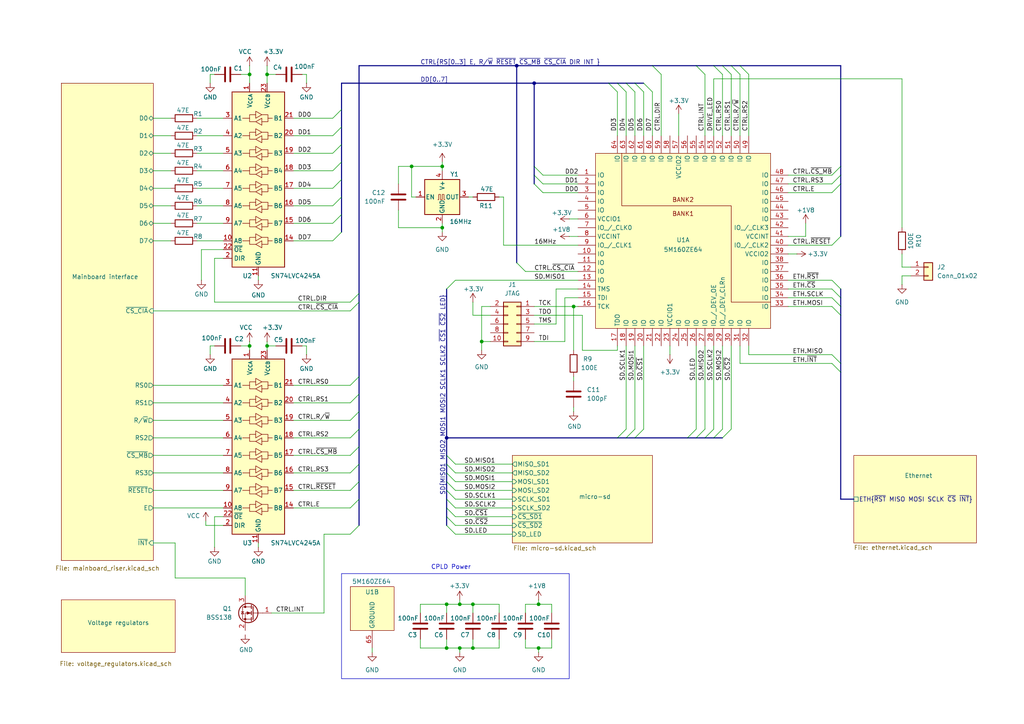
<source format=kicad_sch>
(kicad_sch (version 20250114) (generator "eeschema") (generator_version "9.0")
  (paper "A4")
  (title_block (title "A500 SD plus controller") (date "2025-10-19") (rev "1.0") (company "Dennis van Weeren"))
  (rectangle (start 99.06 166.37) (end 165.1 196.85))
  (text "CPLD Power" (at 130.81 164.592 0) (effects (font (size 1.27 1.27))))
  (junction (at 129.54 127))
  (junction (at 137.16 187.96))
  (junction (at 72.39 100.33))
  (junction (at 139.7 99.06))
  (junction (at 129.54 175.26))
  (junction (at 72.39 21.59))
  (junction (at 133.35 175.26))
  (junction (at 149.86 19.05))
  (junction (at 128.27 66.04))
  (junction (at 119.38 48.26))
  (junction (at 129.54 187.96))
  (junction (at 137.16 175.26))
  (junction (at 77.47 100.33))
  (junction (at 156.21 175.26))
  (junction (at 128.27 48.26))
  (junction (at 154.94 24.13))
  (junction (at 133.35 187.96))
  (junction (at 166.37 88.9))
  (junction (at 77.47 21.59))
  (junction (at 156.21 187.96))
  (bus_entry (at 104.14 109.22) (size -2.54 2.54))
  (bus_entry (at 199.39 127) (size 2.54 -2.54))
  (bus_entry (at 243.84 107.95) (size -2.54 -2.54))
  (bus_entry (at 104.14 85.09) (size -2.54 2.54))
  (bus_entry (at 104.14 114.3) (size -2.54 2.54))
  (bus_entry (at 186.69 24.13) (size 2.54 2.54))
  (bus_entry (at 243.84 53.34) (size -2.54 2.54))
  (bus_entry (at 207.01 127) (size 2.54 -2.54))
  (bus_entry (at 104.14 124.46) (size -2.54 2.54))
  (bus_entry (at 129.54 147.32) (size 2.54 2.54))
  (bus_entry (at 243.84 48.26) (size -2.54 2.54))
  (bus_entry (at 104.14 119.38) (size -2.54 2.54))
  (bus_entry (at 99.06 36.83) (size -2.54 2.54))
  (bus_entry (at 179.07 127) (size 2.54 -2.54))
  (bus_entry (at 129.54 137.16) (size 2.54 2.54))
  (bus_entry (at 184.15 127) (size 2.54 -2.54))
  (bus_entry (at 201.93 127) (size 2.54 -2.54))
  (bus_entry (at 201.93 19.05) (size 2.54 2.54))
  (bus_entry (at 99.06 46.99) (size -2.54 2.54))
  (bus_entry (at 99.06 41.91) (size -2.54 2.54))
  (bus_entry (at 243.84 105.41) (size -2.54 -2.54))
  (bus_entry (at 243.84 68.58) (size -2.54 2.54))
  (bus_entry (at 129.54 83.82) (size 2.54 -2.54))
  (bus_entry (at 99.06 57.15) (size -2.54 2.54))
  (bus_entry (at 129.54 132.08) (size 2.54 2.54))
  (bus_entry (at 212.09 19.05) (size 2.54 2.54))
  (bus_entry (at 209.55 127) (size 2.54 -2.54))
  (bus_entry (at 104.14 134.62) (size -2.54 2.54))
  (bus_entry (at 104.14 152.4) (size -2.54 2.54))
  (bus_entry (at 204.47 127) (size 2.54 -2.54))
  (bus_entry (at 207.01 19.05) (size 2.54 2.54))
  (bus_entry (at 129.54 142.24) (size 2.54 2.54))
  (bus_entry (at 181.61 24.13) (size 2.54 2.54))
  (bus_entry (at 129.54 139.7) (size 2.54 2.54))
  (bus_entry (at 184.15 24.13) (size 2.54 2.54))
  (bus_entry (at 154.94 48.26) (size 2.54 2.54))
  (bus_entry (at 129.54 144.78) (size 2.54 2.54))
  (bus_entry (at 99.06 62.23) (size -2.54 2.54))
  (bus_entry (at 176.53 24.13) (size 2.54 2.54))
  (bus_entry (at 181.61 127) (size 2.54 -2.54))
  (bus_entry (at 104.14 87.63) (size -2.54 2.54))
  (bus_entry (at 99.06 67.31) (size -2.54 2.54))
  (bus_entry (at 243.84 83.82) (size -2.54 -2.54))
  (bus_entry (at 154.94 50.8) (size 2.54 2.54))
  (bus_entry (at 149.86 76.2) (size 2.54 2.54))
  (bus_entry (at 99.06 31.75) (size -2.54 2.54))
  (bus_entry (at 189.23 19.05) (size 2.54 2.54))
  (bus_entry (at 129.54 149.86) (size 2.54 2.54))
  (bus_entry (at 243.84 91.44) (size -2.54 -2.54))
  (bus_entry (at 104.14 139.7) (size -2.54 2.54))
  (bus_entry (at 104.14 129.54) (size -2.54 2.54))
  (bus_entry (at 243.84 88.9) (size -2.54 -2.54))
  (bus_entry (at 99.06 52.07) (size -2.54 2.54))
  (bus_entry (at 243.84 50.8) (size -2.54 2.54))
  (bus_entry (at 209.55 19.05) (size 2.54 2.54))
  (bus_entry (at 129.54 152.4) (size 2.54 2.54))
  (bus_entry (at 154.94 53.34) (size 2.54 2.54))
  (bus_entry (at 104.14 144.78) (size -2.54 2.54))
  (bus_entry (at 179.07 24.13) (size 2.54 2.54))
  (bus_entry (at 214.63 19.05) (size 2.54 2.54))
  (bus_entry (at 129.54 134.62) (size 2.54 2.54))
  (bus_entry (at 243.84 86.36) (size -2.54 -2.54))
  (wire (pts (xy 77.47 100.33) (xy 77.47 101.6)))
  (wire (pts (xy 88.9 100.33) (xy 87.63 100.33)))
  (wire (pts (xy 119.38 57.15) (xy 119.38 48.26)))
  (bus (pts (xy 154.94 24.13) (xy 154.94 48.26)))
  (bus (pts (xy 104.14 19.05) (xy 104.14 85.09)))
  (wire (pts (xy 121.92 185.42) (xy 121.92 187.96)))
  (wire (pts (xy 137.16 175.26) (xy 144.78 175.26)))
  (wire (pts (xy 85.09 132.08) (xy 101.6 132.08)))
  (wire (pts (xy 64.77 149.86) (xy 62.23 149.86)))
  (bus (pts (xy 129.54 137.16) (xy 129.54 139.7)))
  (bus (pts (xy 129.54 127) (xy 129.54 132.08)))
  (wire (pts (xy 212.09 21.59) (xy 212.09 39.37)))
  (bus (pts (xy 129.54 132.08) (xy 129.54 134.62)))
  (bus (pts (xy 104.14 124.46) (xy 104.14 129.54)))
  (wire (pts (xy 137.16 187.96) (xy 144.78 187.96)))
  (wire (pts (xy 241.3 102.87) (xy 217.17 102.87)))
  (bus (pts (xy 243.84 105.41) (xy 243.84 107.95)))
  (wire (pts (xy 228.6 68.58) (xy 233.68 68.58)))
  (wire (pts (xy 129.54 175.26) (xy 133.35 175.26)))
  (bus (pts (xy 104.14 139.7) (xy 104.14 144.78)))
  (wire (pts (xy 156.21 175.26) (xy 160.02 175.26)))
  (bus (pts (xy 104.14 144.78) (xy 104.14 152.4)))
  (wire (pts (xy 88.9 21.59) (xy 88.9 24.13)))
  (bus (pts (xy 204.47 127) (xy 207.01 127)))
  (wire (pts (xy 59.69 152.4) (xy 64.77 152.4)))
  (wire (pts (xy 144.78 57.15) (xy 146.05 57.15)))
  (wire (pts (xy 207.01 22.86) (xy 207.01 39.37)))
  (wire (pts (xy 62.23 74.93) (xy 62.23 87.63)))
  (wire (pts (xy 72.39 21.59) (xy 72.39 24.13)))
  (wire (pts (xy 179.07 101.6) (xy 168.91 101.6)))
  (bus (pts (xy 129.54 134.62) (xy 129.54 137.16)))
  (wire (pts (xy 60.96 100.33) (xy 60.96 102.87)))
  (wire (pts (xy 85.09 59.69) (xy 96.52 59.69)))
  (wire (pts (xy 44.45 137.16) (xy 64.77 137.16)))
  (wire (pts (xy 44.45 132.08) (xy 64.77 132.08)))
  (bus (pts (xy 104.14 87.63) (xy 104.14 109.22)))
  (wire (pts (xy 160.02 175.26) (xy 160.02 177.8)))
  (bus (pts (xy 212.09 19.05) (xy 214.63 19.05)))
  (wire (pts (xy 152.4 175.26) (xy 156.21 175.26)))
  (wire (pts (xy 132.08 81.28) (xy 167.64 81.28)))
  (wire (pts (xy 228.6 71.12) (xy 241.3 71.12)))
  (bus (pts (xy 129.54 139.7) (xy 129.54 142.24)))
  (wire (pts (xy 209.55 100.33) (xy 209.55 124.46)))
  (wire (pts (xy 154.94 88.9) (xy 166.37 88.9)))
  (wire (pts (xy 132.08 152.4) (xy 148.59 152.4)))
  (wire (pts (xy 85.09 121.92) (xy 101.6 121.92)))
  (wire (pts (xy 121.92 175.26) (xy 129.54 175.26)))
  (wire (pts (xy 139.7 99.06) (xy 139.7 101.6)))
  (wire (pts (xy 132.08 137.16) (xy 148.59 137.16)))
  (bus (pts (xy 104.14 85.09) (xy 104.14 87.63)))
  (wire (pts (xy 44.45 49.53) (xy 49.53 49.53)))
  (wire (pts (xy 191.77 21.59) (xy 191.77 39.37)))
  (wire (pts (xy 146.05 71.12) (xy 167.64 71.12)))
  (bus (pts (xy 184.15 127) (xy 199.39 127)))
  (bus (pts (xy 214.63 19.05) (xy 243.84 19.05)))
  (wire (pts (xy 228.6 83.82) (xy 241.3 83.82)))
  (wire (pts (xy 168.91 101.6) (xy 168.91 91.44)))
  (wire (pts (xy 72.39 19.05) (xy 72.39 21.59)))
  (wire (pts (xy 71.12 172.72) (xy 71.12 167.64)))
  (wire (pts (xy 160.02 185.42) (xy 160.02 187.96)))
  (wire (pts (xy 217.17 102.87) (xy 217.17 100.33)))
  (wire (pts (xy 132.08 134.62) (xy 148.59 134.62)))
  (wire (pts (xy 181.61 100.33) (xy 181.61 124.46)))
  (bus (pts (xy 189.23 19.05) (xy 201.93 19.05)))
  (bus (pts (xy 243.84 48.26) (xy 243.84 50.8)))
  (wire (pts (xy 142.24 99.06) (xy 139.7 99.06)))
  (wire (pts (xy 44.45 111.76) (xy 64.77 111.76)))
  (wire (pts (xy 163.83 86.36) (xy 163.83 99.06)))
  (wire (pts (xy 85.09 127) (xy 101.6 127)))
  (bus (pts (xy 201.93 127) (xy 204.47 127)))
  (wire (pts (xy 137.16 175.26) (xy 137.16 177.8)))
  (wire (pts (xy 57.15 39.37) (xy 64.77 39.37)))
  (wire (pts (xy 93.98 154.94) (xy 93.98 177.8)))
  (bus (pts (xy 243.84 19.05) (xy 243.84 48.26)))
  (bus (pts (xy 207.01 127) (xy 209.55 127)))
  (wire (pts (xy 74.93 157.48) (xy 74.93 158.75)))
  (wire (pts (xy 139.7 88.9) (xy 139.7 99.06)))
  (wire (pts (xy 44.45 142.24) (xy 64.77 142.24)))
  (wire (pts (xy 128.27 64.77) (xy 128.27 66.04)))
  (wire (pts (xy 57.15 59.69) (xy 64.77 59.69)))
  (wire (pts (xy 209.55 21.59) (xy 209.55 39.37)))
  (wire (pts (xy 85.09 44.45) (xy 96.52 44.45)))
  (wire (pts (xy 60.96 21.59) (xy 62.23 21.59)))
  (wire (pts (xy 152.4 187.96) (xy 156.21 187.96)))
  (wire (pts (xy 44.45 59.69) (xy 49.53 59.69)))
  (wire (pts (xy 135.89 57.15) (xy 137.16 57.15)))
  (wire (pts (xy 167.64 86.36) (xy 163.83 86.36)))
  (bus (pts (xy 199.39 127) (xy 201.93 127)))
  (wire (pts (xy 121.92 187.96) (xy 129.54 187.96)))
  (bus (pts (xy 129.54 142.24) (xy 129.54 144.78)))
  (wire (pts (xy 107.95 189.23) (xy 107.95 187.96)))
  (bus (pts (xy 129.54 149.86) (xy 129.54 152.4)))
  (wire (pts (xy 186.69 100.33) (xy 186.69 124.46)))
  (wire (pts (xy 261.62 77.47) (xy 264.16 77.47)))
  (wire (pts (xy 85.09 54.61) (xy 96.52 54.61)))
  (wire (pts (xy 87.63 21.59) (xy 88.9 21.59)))
  (wire (pts (xy 57.15 54.61) (xy 64.77 54.61)))
  (wire (pts (xy 157.48 55.88) (xy 167.64 55.88)))
  (wire (pts (xy 101.6 154.94) (xy 93.98 154.94)))
  (wire (pts (xy 77.47 99.06) (xy 77.47 100.33)))
  (wire (pts (xy 44.45 69.85) (xy 49.53 69.85)))
  (bus (pts (xy 149.86 19.05) (xy 149.86 76.2)))
  (wire (pts (xy 228.6 55.88) (xy 241.3 55.88)))
  (wire (pts (xy 44.45 34.29) (xy 49.53 34.29)))
  (wire (pts (xy 44.45 64.77) (xy 49.53 64.77)))
  (bus (pts (xy 154.94 24.13) (xy 176.53 24.13)))
  (wire (pts (xy 129.54 185.42) (xy 129.54 187.96)))
  (wire (pts (xy 165.1 63.5) (xy 167.64 63.5)))
  (bus (pts (xy 243.84 53.34) (xy 243.84 68.58)))
  (wire (pts (xy 72.39 100.33) (xy 72.39 101.6)))
  (wire (pts (xy 85.09 64.77) (xy 96.52 64.77)))
  (wire (pts (xy 121.92 177.8) (xy 121.92 175.26)))
  (wire (pts (xy 85.09 49.53) (xy 96.52 49.53)))
  (bus (pts (xy 104.14 119.38) (xy 104.14 124.46)))
  (wire (pts (xy 44.45 127) (xy 64.77 127)))
  (wire (pts (xy 85.09 142.24) (xy 101.6 142.24)))
  (wire (pts (xy 77.47 21.59) (xy 80.01 21.59)))
  (bus (pts (xy 104.14 114.3) (xy 104.14 119.38)))
  (wire (pts (xy 228.6 86.36) (xy 241.3 86.36)))
  (wire (pts (xy 152.4 78.74) (xy 167.64 78.74)))
  (bus (pts (xy 243.84 50.8) (xy 243.84 53.34)))
  (wire (pts (xy 166.37 88.9) (xy 166.37 101.6)))
  (wire (pts (xy 163.83 99.06) (xy 154.94 99.06)))
  (bus (pts (xy 99.06 52.07) (xy 99.06 57.15)))
  (wire (pts (xy 228.6 81.28) (xy 241.3 81.28)))
  (wire (pts (xy 132.08 142.24) (xy 148.59 142.24)))
  (wire (pts (xy 58.42 72.39) (xy 64.77 72.39)))
  (bus (pts (xy 129.54 127) (xy 179.07 127)))
  (wire (pts (xy 85.09 147.32) (xy 101.6 147.32)))
  (wire (pts (xy 88.9 100.33) (xy 88.9 102.87)))
  (wire (pts (xy 212.09 100.33) (xy 212.09 124.46)))
  (bus (pts (xy 129.54 144.78) (xy 129.54 147.32)))
  (bus (pts (xy 149.86 19.05) (xy 189.23 19.05)))
  (bus (pts (xy 129.54 83.82) (xy 129.54 127)))
  (wire (pts (xy 194.31 100.33) (xy 194.31 102.87)))
  (bus (pts (xy 201.93 19.05) (xy 207.01 19.05)))
  (wire (pts (xy 207.01 100.33) (xy 207.01 124.46)))
  (wire (pts (xy 77.47 21.59) (xy 77.47 24.13)))
  (wire (pts (xy 204.47 21.59) (xy 204.47 39.37)))
  (wire (pts (xy 261.62 80.01) (xy 261.62 82.55)))
  (wire (pts (xy 115.57 66.04) (xy 128.27 66.04)))
  (wire (pts (xy 72.39 99.06) (xy 72.39 100.33)))
  (wire (pts (xy 59.69 151.13) (xy 59.69 152.4)))
  (wire (pts (xy 179.07 26.67) (xy 179.07 39.37)))
  (wire (pts (xy 264.16 80.01) (xy 261.62 80.01)))
  (wire (pts (xy 161.29 83.82) (xy 161.29 93.98)))
  (wire (pts (xy 133.35 187.96) (xy 137.16 187.96)))
  (wire (pts (xy 166.37 118.11) (xy 166.37 119.38)))
  (wire (pts (xy 74.93 80.01) (xy 74.93 81.28)))
  (wire (pts (xy 214.63 105.41) (xy 241.3 105.41)))
  (wire (pts (xy 57.15 64.77) (xy 64.77 64.77)))
  (wire (pts (xy 128.27 46.99) (xy 128.27 48.26)))
  (wire (pts (xy 77.47 19.05) (xy 77.47 21.59)))
  (bus (pts (xy 99.06 36.83) (xy 99.06 41.91)))
  (wire (pts (xy 152.4 177.8) (xy 152.4 175.26)))
  (bus (pts (xy 243.84 83.82) (xy 243.84 86.36)))
  (bus (pts (xy 99.06 62.23) (xy 99.06 67.31)))
  (wire (pts (xy 44.45 39.37) (xy 49.53 39.37)))
  (wire (pts (xy 228.6 53.34) (xy 241.3 53.34)))
  (bus (pts (xy 99.06 24.13) (xy 154.94 24.13)))
  (wire (pts (xy 80.01 100.33) (xy 77.47 100.33)))
  (bus (pts (xy 154.94 50.8) (xy 154.94 53.34)))
  (bus (pts (xy 104.14 129.54) (xy 104.14 134.62)))
  (wire (pts (xy 129.54 175.26) (xy 129.54 177.8)))
  (wire (pts (xy 85.09 116.84) (xy 101.6 116.84)))
  (wire (pts (xy 50.8 157.48) (xy 44.45 157.48)))
  (wire (pts (xy 133.35 173.99) (xy 133.35 175.26)))
  (wire (pts (xy 85.09 39.37) (xy 96.52 39.37)))
  (wire (pts (xy 146.05 57.15) (xy 146.05 71.12)))
  (wire (pts (xy 62.23 100.33) (xy 60.96 100.33)))
  (wire (pts (xy 85.09 34.29) (xy 96.52 34.29)))
  (bus (pts (xy 184.15 24.13) (xy 186.69 24.13)))
  (wire (pts (xy 261.62 73.66) (xy 261.62 77.47)))
  (wire (pts (xy 62.23 87.63) (xy 101.6 87.63)))
  (bus (pts (xy 179.07 24.13) (xy 181.61 24.13)))
  (bus (pts (xy 104.14 19.05) (xy 149.86 19.05)))
  (wire (pts (xy 166.37 88.9) (xy 167.64 88.9)))
  (wire (pts (xy 156.21 187.96) (xy 156.21 189.23)))
  (bus (pts (xy 176.53 24.13) (xy 179.07 24.13)))
  (wire (pts (xy 166.37 109.22) (xy 166.37 110.49)))
  (wire (pts (xy 142.24 91.44) (xy 137.16 91.44)))
  (wire (pts (xy 189.23 26.67) (xy 189.23 39.37)))
  (wire (pts (xy 133.35 187.96) (xy 133.35 189.23)))
  (wire (pts (xy 231.14 73.66) (xy 228.6 73.66)))
  (wire (pts (xy 93.98 177.8) (xy 78.74 177.8)))
  (wire (pts (xy 157.48 53.34) (xy 167.64 53.34)))
  (bus (pts (xy 181.61 24.13) (xy 184.15 24.13)))
  (wire (pts (xy 50.8 167.64) (xy 50.8 157.48)))
  (wire (pts (xy 44.45 116.84) (xy 64.77 116.84)))
  (wire (pts (xy 184.15 26.67) (xy 184.15 39.37)))
  (wire (pts (xy 132.08 144.78) (xy 148.59 144.78)))
  (wire (pts (xy 137.16 87.63) (xy 137.16 91.44)))
  (bus (pts (xy 181.61 127) (xy 184.15 127)))
  (wire (pts (xy 58.42 72.39) (xy 58.42 81.28)))
  (wire (pts (xy 128.27 48.26) (xy 128.27 49.53)))
  (bus (pts (xy 99.06 57.15) (xy 99.06 62.23)))
  (wire (pts (xy 156.21 187.96) (xy 160.02 187.96)))
  (wire (pts (xy 186.69 26.67) (xy 186.69 39.37)))
  (bus (pts (xy 99.06 31.75) (xy 99.06 36.83)))
  (wire (pts (xy 62.23 149.86) (xy 62.23 158.75)))
  (wire (pts (xy 44.45 54.61) (xy 49.53 54.61)))
  (wire (pts (xy 44.45 44.45) (xy 49.53 44.45)))
  (wire (pts (xy 261.62 22.86) (xy 261.62 66.04)))
  (wire (pts (xy 228.6 50.8) (xy 241.3 50.8)))
  (wire (pts (xy 72.39 100.33) (xy 69.85 100.33)))
  (wire (pts (xy 133.35 175.26) (xy 137.16 175.26)))
  (bus (pts (xy 243.84 88.9) (xy 243.84 91.44)))
  (wire (pts (xy 228.6 88.9) (xy 241.3 88.9)))
  (wire (pts (xy 132.08 154.94) (xy 148.59 154.94)))
  (wire (pts (xy 60.96 21.59) (xy 60.96 24.13)))
  (wire (pts (xy 156.21 173.99) (xy 156.21 175.26)))
  (wire (pts (xy 214.63 21.59) (xy 214.63 39.37)))
  (wire (pts (xy 204.47 100.33) (xy 204.47 124.46)))
  (bus (pts (xy 99.06 24.13) (xy 99.06 31.75)))
  (wire (pts (xy 71.12 167.64) (xy 50.8 167.64)))
  (wire (pts (xy 168.91 91.44) (xy 154.94 91.44)))
  (bus (pts (xy 243.84 144.78) (xy 247.65 144.78)))
  (wire (pts (xy 179.07 100.33) (xy 179.07 101.6)))
  (wire (pts (xy 44.45 90.17) (xy 101.6 90.17)))
  (wire (pts (xy 214.63 100.33) (xy 214.63 105.41)))
  (bus (pts (xy 209.55 19.05) (xy 212.09 19.05)))
  (bus (pts (xy 243.84 107.95) (xy 243.84 144.78)))
  (bus (pts (xy 104.14 134.62) (xy 104.14 139.7)))
  (bus (pts (xy 154.94 48.26) (xy 154.94 50.8)))
  (wire (pts (xy 142.24 88.9) (xy 139.7 88.9)))
  (wire (pts (xy 69.85 21.59) (xy 72.39 21.59)))
  (wire (pts (xy 57.15 34.29) (xy 64.77 34.29)))
  (wire (pts (xy 85.09 69.85) (xy 96.52 69.85)))
  (wire (pts (xy 196.85 33.02) (xy 196.85 39.37)))
  (bus (pts (xy 207.01 19.05) (xy 209.55 19.05)))
  (wire (pts (xy 144.78 185.42) (xy 144.78 187.96)))
  (wire (pts (xy 57.15 49.53) (xy 64.77 49.53)))
  (wire (pts (xy 132.08 147.32) (xy 148.59 147.32)))
  (wire (pts (xy 167.64 83.82) (xy 161.29 83.82)))
  (bus (pts (xy 243.84 86.36) (xy 243.84 88.9)))
  (wire (pts (xy 44.45 121.92) (xy 64.77 121.92)))
  (wire (pts (xy 201.93 100.33) (xy 201.93 124.46)))
  (wire (pts (xy 132.08 139.7) (xy 148.59 139.7)))
  (wire (pts (xy 137.16 185.42) (xy 137.16 187.96)))
  (wire (pts (xy 115.57 48.26) (xy 119.38 48.26)))
  (wire (pts (xy 152.4 185.42) (xy 152.4 187.96)))
  (wire (pts (xy 119.38 48.26) (xy 128.27 48.26)))
  (wire (pts (xy 85.09 111.76) (xy 101.6 111.76)))
  (bus (pts (xy 99.06 46.99) (xy 99.06 52.07)))
  (wire (pts (xy 165.1 68.58) (xy 167.64 68.58)))
  (wire (pts (xy 217.17 21.59) (xy 217.17 39.37)))
  (bus (pts (xy 129.54 147.32) (xy 129.54 149.86)))
  (wire (pts (xy 157.48 50.8) (xy 167.64 50.8)))
  (wire (pts (xy 184.15 100.33) (xy 184.15 124.46)))
  (wire (pts (xy 119.38 57.15) (xy 120.65 57.15)))
  (wire (pts (xy 161.29 93.98) (xy 154.94 93.98)))
  (wire (pts (xy 144.78 175.26) (xy 144.78 177.8)))
  (wire (pts (xy 64.77 74.93) (xy 62.23 74.93)))
  (bus (pts (xy 179.07 127) (xy 181.61 127)))
  (bus (pts (xy 104.14 109.22) (xy 104.14 114.3)))
  (wire (pts (xy 44.45 147.32) (xy 64.77 147.32)))
  (wire (pts (xy 128.27 66.04) (xy 128.27 67.31)))
  (wire (pts (xy 207.01 22.86) (xy 261.62 22.86)))
  (wire (pts (xy 129.54 187.96) (xy 133.35 187.96)))
  (bus (pts (xy 243.84 91.44) (xy 243.84 105.41)))
  (wire (pts (xy 233.68 68.58) (xy 233.68 64.77)))
  (wire (pts (xy 132.08 149.86) (xy 148.59 149.86)))
  (wire (pts (xy 115.57 48.26) (xy 115.57 53.34)))
  (wire (pts (xy 181.61 26.67) (xy 181.61 39.37)))
  (wire (pts (xy 115.57 60.96) (xy 115.57 66.04)))
  (wire (pts (xy 57.15 44.45) (xy 64.77 44.45)))
  (wire (pts (xy 57.15 69.85) (xy 64.77 69.85)))
  (wire (pts (xy 85.09 137.16) (xy 101.6 137.16)))
  (bus (pts (xy 99.06 41.91) (xy 99.06 46.99)))
  (label "CTRL.~{RESET}" (at 229.87 71.12 0))
  (label "DD4" (at 181.61 38.1 90))
  (label "SD.MOSI1" (at 184.15 110.49 90))
  (label "SD.~{CS1}" (at 134.62 149.86 0))
  (label "CTRL.~{CS_MB}" (at 229.87 50.8 0))
  (label "SD.~{CS2}" (at 134.62 152.4 0))
  (label "DD6" (at 86.36 64.77 0))
  (label "CTRL.RS1" (at 212.09 38.1 90))
  (label "CTRL.INT" (at 204.47 38.1 90))
  (label "CTRL.INT" (at 80.01 177.8 0))
  (label "CTRL.~{RESET}" (at 86.36 142.24 0))
  (label "SD.MISO1" (at 154.94 81.28 0))
  (label "DD7" (at 86.36 69.85 0))
  (label "SD.SCLK2" (at 134.62 147.32 0))
  (label "SD.MOSI2" (at 134.62 142.24 0))
  (label "DD0" (at 86.36 34.29 0))
  (label "TDO" (at 156.21 91.44 0))
  (label "TCK" (at 156.21 88.9 0))
  (label "CTRL.RS0" (at 86.36 111.76 0))
  (label "DD5" (at 184.15 38.1 90))
  (label "SD.SCLK1" (at 181.61 110.49 90))
  (label "DD6" (at 186.69 38.1 90))
  (label "ETH.~{RST}" (at 229.87 81.28 0))
  (label "SD{MISO1 MISO2 MOSI1 MOSI2 SCLK1 SCLK2 ~{CS1} ~{CS2} LED}" (at 129.54 143.51 90))
  (label "CTRL.DIR" (at 191.77 38.1 90))
  (label "CTRL.R{slash}~{W}" (at 86.36 121.92 0))
  (label "CTRL.E" (at 229.87 55.88 0))
  (label "CTRL.E" (at 86.36 147.32 0))
  (label "SD.MISO2" (at 204.47 110.49 90))
  (label "DD4" (at 86.36 54.61 0))
  (label "DD5" (at 86.36 59.69 0))
  (label "CTRL.RS3" (at 86.36 137.16 0))
  (label "SD.LED" (at 134.62 154.94 0))
  (label "ETH.SCLK" (at 229.87 86.36 0))
  (label "DD[0..7]" (at 121.92 24.13 0))
  (label "ETH.MOSI" (at 229.87 88.9 0))
  (label "ETH.~{CS}" (at 229.87 83.82 0))
  (label "SD.~{CS1}" (at 186.69 110.49 90))
  (label "SD.LED" (at 201.93 110.49 90))
  (label "TDI" (at 156.21 99.06 0))
  (label "SD.MISO1" (at 134.62 134.62 0))
  (label "CTRL.RS3" (at 229.87 53.34 0))
  (label "SD.MISO2" (at 134.62 137.16 0))
  (label "DD2" (at 86.36 44.45 0))
  (label "DD1" (at 86.36 39.37 0))
  (label "CTRL.~{CS_CIA}" (at 154.94 78.74 0))
  (label "SD.MOSI2" (at 209.55 110.49 90))
  (label "CTRL.RS2" (at 217.17 38.1 90))
  (label "SD.SCLK1" (at 134.62 144.78 0))
  (label "SD.~{CS2}" (at 212.09 110.49 90))
  (label "DD7" (at 189.23 38.1 90))
  (label "ETH.~{INT}" (at 229.87 105.41 0))
  (label "SD.MOSI1" (at 134.62 139.7 0))
  (label "CTRL.DIR" (at 86.36 87.63 0))
  (label "ETH.MISO" (at 229.87 102.87 0))
  (label "DD3" (at 86.36 49.53 0))
  (label "CTRL.RS0" (at 209.55 38.1 90))
  (label "CTRL.~{CS_CIA}" (at 86.36 90.17 0))
  (label "CTRL.~{CS_MB}" (at 86.36 132.08 0))
  (label "DD1" (at 163.83 53.34 0))
  (label "DD2" (at 163.83 50.8 0))
  (label "DD0" (at 163.83 55.88 0))
  (label "SD.SCLK2" (at 207.01 110.49 90))
  (label "CTRL.RS1" (at 86.36 116.84 0))
  (label "DD3" (at 179.07 38.1 90))
  (label "CTRL.RS2" (at 86.36 127 0))
  (label "DRIVE_LED" (at 207.01 38.1 90))
  (label "TMS" (at 156.21 93.98 0))
  (label "16MHz" (at 154.94 71.12 0))
  (label "CTRL{RS[0..3] E, R{slash}~{W} ~{RESET} ~{CS_MB} ~{CS_CIA} DIR INT }" (at 121.92 19.05 0))
  (label "CTRL.R{slash}~{W}" (at 214.63 38.1 90))
  (symbol (lib_id "power:+3.3V") (at 196.85 33.02 0) (unit 1)
    (property "Reference" "#PWR025" (effects (hide yes)))
    (property "Value" "+3.3V" (at 196.85 29.21 0))
    (property "Description" "Power symbol creates a global label with name \"+3.3V\"" (effects (hide yes)))
  )
  (symbol (lib_id "Transistor_FET:BSS138") (at 73.66 177.8 0) (mirror y) (unit 1)
    (property "Reference" "Q1" (at 67.31 176.5299 0) (effects (justify left)))
    (property "Value" "BSS138" (at 67.31 179.0699 0) (effects (justify left)))
    (property "Footprint" "Package_TO_SOT_SMD:SOT-23" (effects (hide yes)))
    (property "Datasheet" "https://www.onsemi.com/pub/Collateral/BSS138-D.PDF" (effects (hide yes)))
    (property "Description" "50V Vds, 0.22A Id, N-Channel MOSFET, SOT-23" (effects (hide yes)))
  )
  (symbol (lib_id "power:VCC") (at 72.39 19.05 0) (mirror y) (unit 1)
    (property "Reference" "#PWR07" (effects (hide yes)))
    (property "Value" "VCC" (at 71.12 14.986 0))
    (property "Description" "Power symbol creates a global label with name \"VCC\"" (effects (hide yes)))
  )
  (symbol (lib_id "power:+1V8") (at 165.1 68.58 90) (unit 1)
    (property "Reference" "#PWR022" (effects (hide yes)))
    (property "Value" "+1V8" (at 162.814 66.548 90))
    (property "Description" "Power symbol creates a global label with name \"+1V8\"" (effects (hide yes)))
  )
  (symbol (lib_id "Dennis:5M160ZE64") (at 198.12 69.85 0) (unit 1)
    (property "Reference" "U1" (at 198.12 69.596 0))
    (property "Value" "5M160ZE64" (at 198.12 72.39 0))
    (property "Footprint" "Library:EQFP-64_7x7mm_P0.4mm" (effects (hide yes)))
    (property "Description" "MAX V CPLD" (effects (hide yes)))
    (property "MPN" "5M160ZE64I5N" (effects (hide yes)))
  )
  (symbol (lib_id "Connector_Generic:Conn_02x05_Odd_Even") (at 149.86 93.98 0) (mirror y) (unit 1)
    (property "Reference" "J1" (at 148.59 82.55 0))
    (property "Value" "JTAG" (at 148.59 85.09 0))
    (property "Footprint" "Connector_PinHeader_2.54mm:PinHeader_2x05_P2.54mm_Vertical" (effects (hide yes)))
    (property "Description" "Generic connector, double row, 02x05, odd/even pin numbering scheme (row 1 odd numbers, row 2 even numbers), script generated (kicad-library-utils/schlib/autogen/connector/)" (effects (hide yes)))
  )
  (symbol (lib_id "power:+3.3V") (at 165.1 63.5 90) (unit 1)
    (property "Reference" "#PWR021" (effects (hide yes)))
    (property "Value" "+3.3V" (at 165.862 61.722 90) (effects (justify left)))
    (property "Description" "Power symbol creates a global label with name \"+3.3V\"" (effects (hide yes)))
  )
  (symbol (lib_id "Device:R") (at 53.34 34.29 270) (unit 1)
    (property "Reference" "R1" (at 57.404 33.02 90))
    (property "Value" "47E" (at 53.086 32.004 90))
    (property "Footprint" "Resistor_SMD:R_0603_1608Metric" (effects (hide yes)))
    (property "Description" "Resistor" (effects (hide yes)))
  )
  (symbol (lib_id "Device:C") (at 152.4 181.61 0) (unit 1)
    (property "Reference" "C9" (at 150.114 184.15 0))
    (property "Value" "100nF" (at 148.844 179.324 0))
    (property "Footprint" "Capacitor_SMD:C_0603_1608Metric" (effects (hide yes)))
    (property "Description" "Unpolarized capacitor" (effects (hide yes)))
  )
  (symbol (lib_id "Device:C") (at 83.82 21.59 270) (unit 1)
    (property "Reference" "C4" (at 80.518 19.558 90))
    (property "Value" "100nF" (at 88.392 19.304 90))
    (property "Footprint" "Capacitor_SMD:C_0603_1608Metric" (effects (hide yes)))
    (property "Description" "Unpolarized capacitor" (effects (hide yes)))
  )
  (symbol (lib_id "power:GND") (at 60.96 24.13 0) (unit 1)
    (property "Reference" "#PWR03" (effects (hide yes)))
    (property "Value" "GND" (at 60.96 28.194 0))
    (property "Description" "Power symbol creates a global label with name \"GND\" , ground" (effects (hide yes)))
  )
  (symbol (lib_id "power:+3.3V") (at 231.14 73.66 270) (unit 1)
    (property "Reference" "#PWR026" (effects (hide yes)))
    (property "Value" "+3.3V" (at 234.188 73.66 90) (effects (justify left)))
    (property "Description" "Power symbol creates a global label with name \"+3.3V\"" (effects (hide yes)))
  )
  (symbol (lib_id "Device:C") (at 83.82 100.33 270) (mirror x) (unit 1)
    (property "Reference" "C5" (at 80.772 98.552 90))
    (property "Value" "100nF" (at 88.646 98.806 90))
    (property "Footprint" "Capacitor_SMD:C_0603_1608Metric" (effects (hide yes)))
    (property "Description" "Unpolarized capacitor" (effects (hide yes)))
  )
  (symbol (lib_id "Device:C") (at 137.16 181.61 0) (unit 1)
    (property "Reference" "C7" (at 134.874 184.15 0))
    (property "Value" "100nF" (at 133.604 179.324 0))
    (property "Footprint" "Capacitor_SMD:C_0603_1608Metric" (effects (hide yes)))
    (property "Description" "Unpolarized capacitor" (effects (hide yes)))
  )
  (symbol (lib_id "Device:R") (at 53.34 54.61 270) (unit 1)
    (property "Reference" "R5" (at 57.404 53.34 90))
    (property "Value" "47E" (at 53.086 52.324 90))
    (property "Footprint" "Resistor_SMD:R_0603_1608Metric" (effects (hide yes)))
    (property "Description" "Resistor" (effects (hide yes)))
  )
  (symbol (lib_id "power:+3.3V") (at 194.31 102.87 180) (unit 1)
    (property "Reference" "#PWR024" (effects (hide yes)))
    (property "Value" "+3.3V" (at 194.31 107.95 0))
    (property "Description" "Power symbol creates a global label with name \"+3.3V\"" (effects (hide yes)))
  )
  (symbol (lib_id "power:+3.3V") (at 128.27 46.99 0) (mirror y) (unit 1)
    (property "Reference" "#PWR029" (effects (hide yes)))
    (property "Value" "+3.3V" (at 128.27 41.91 0))
    (property "Description" "Power symbol creates a global label with name \"+3.3V\"" (effects (hide yes)))
  )
  (symbol (lib_id "Device:R") (at 166.37 105.41 0) (unit 1)
    (property "Reference" "R9" (at 170.434 104.14 0))
    (property "Value" "100E" (at 170.942 106.68 0))
    (property "Footprint" "Resistor_SMD:R_0603_1608Metric" (effects (hide yes)))
    (property "Description" "Resistor" (effects (hide yes)))
  )
  (symbol (lib_id "power:+3.3V") (at 77.47 99.06 0) (mirror y) (unit 1)
    (property "Reference" "#PWR012" (effects (hide yes)))
    (property "Value" "+3.3V" (at 78.994 94.996 0))
    (property "Description" "Power symbol creates a global label with name \"+3.3V\"" (effects (hide yes)))
  )
  (symbol (lib_id "power:+3.3V") (at 77.47 19.05 0) (unit 1)
    (property "Reference" "#PWR011" (effects (hide yes)))
    (property "Value" "+3.3V" (at 79.248 14.986 0))
    (property "Description" "Power symbol creates a global label with name \"+3.3V\"" (effects (hide yes)))
  )
  (symbol (lib_id "Device:C") (at 129.54 181.61 0) (unit 1)
    (property "Reference" "C6" (at 127.254 184.15 0))
    (property "Value" "100nF" (at 125.984 179.324 0))
    (property "Footprint" "Capacitor_SMD:C_0603_1608Metric" (effects (hide yes)))
    (property "Description" "Unpolarized capacitor" (effects (hide yes)))
  )
  (symbol (lib_id "power:GND") (at 261.62 82.55 0) (unit 1)
    (property "Reference" "#PWR028" (effects (hide yes)))
    (property "Value" "GND" (at 261.62 87.63 0))
    (property "Description" "Power symbol creates a global label with name \"GND\" , ground" (effects (hide yes)))
  )
  (symbol (lib_id "Device:R") (at 53.34 69.85 270) (unit 1)
    (property "Reference" "R8" (at 57.404 68.58 90))
    (property "Value" "47E" (at 53.086 67.564 90))
    (property "Footprint" "Resistor_SMD:R_0603_1608Metric" (effects (hide yes)))
    (property "Description" "Resistor" (effects (hide yes)))
  )
  (symbol (lib_id "Device:R") (at 261.62 69.85 0) (unit 1)
    (property "Reference" "R10" (at 266.446 69.85 90))
    (property "Value" "100E" (at 264.16 69.85 90))
    (property "Footprint" "Resistor_SMD:R_0603_1608Metric" (effects (hide yes)))
    (property "Description" "Resistor" (effects (hide yes)))
  )
  (symbol (lib_id "power:GND") (at 166.37 119.38 0) (unit 1)
    (property "Reference" "#PWR023" (effects (hide yes)))
    (property "Value" "GND" (at 166.624 123.698 0))
    (property "Description" "Power symbol creates a global label with name \"GND\" , ground" (effects (hide yes)))
  )
  (symbol (lib_name "5M160ZE64_1") (lib_id "Dennis:5M160ZE64") (at 107.95 176.53 0) (unit 2)
    (property "Reference" "U1" (at 105.918 171.704 0) (effects (justify left)))
    (property "Value" "5M160ZE64" (at 102.108 168.656 0) (effects (justify left)))
    (property "Footprint" "Library:EQFP-64_7x7mm_P0.4mm" (effects (hide yes)))
    (property "Description" "MAX V CPLD" (effects (hide yes)))
    (property "MPN" "5M160ZE64I5N" (effects (hide yes)))
  )
  (symbol (lib_id "power:GND") (at 60.96 102.87 0) (mirror y) (unit 1)
    (property "Reference" "#PWR04" (effects (hide yes)))
    (property "Value" "GND" (at 60.96 106.934 0))
    (property "Description" "Power symbol creates a global label with name \"GND\" , ground" (effects (hide yes)))
  )
  (symbol (lib_id "Device:R") (at 53.34 39.37 270) (unit 1)
    (property "Reference" "R2" (at 57.404 38.1 90))
    (property "Value" "47E" (at 53.086 37.084 90))
    (property "Footprint" "Resistor_SMD:R_0603_1608Metric" (effects (hide yes)))
    (property "Description" "Resistor" (effects (hide yes)))
  )
  (symbol (lib_id "Logic_LevelTranslator:SN74LVC8T245") (at 74.93 52.07 0) (unit 1)
    (property "Reference" "U2" (at 70.358 80.01 0) (effects (justify left)))
    (property "Value" "SN74LVC4245A" (at 78.486 80.01 0) (effects (justify left)))
    (property "Footprint" "Package_SO:TSSOP-24_4.4x7.8mm_P0.65mm" (effects (hide yes)))
    (property "Datasheet" "https://www.ti.com/lit/gpn/SN74LVC4245A" (effects (hide yes)))
    (property "Description" "8-Bit Dual-Supply Bus Transceiver With Configurable Voltage Translation and 3-State Outputs" (effects (hide yes)))
    (property "MPN" "SN74LVC4245APWR" (effects (hide yes)))
  )
  (symbol (lib_id "power:GND") (at 71.12 184.15 0) (unit 1)
    (property "Reference" "#PWR080" (effects (hide yes)))
    (property "Value" "GND" (at 71.374 188.468 0))
    (property "Description" "Power symbol creates a global label with name \"GND\" , ground" (effects (hide yes)))
  )
  (symbol (lib_id "power:GND") (at 88.9 102.87 0) (mirror y) (unit 1)
    (property "Reference" "#PWR016" (effects (hide yes)))
    (property "Value" "GND" (at 88.9 106.934 0))
    (property "Description" "Power symbol creates a global label with name \"GND\" , ground" (effects (hide yes)))
  )
  (symbol (lib_id "Oscillator:XO32") (at 128.27 57.15 0) (unit 1)
    (property "Reference" "Y1" (at 131.826 50.546 0))
    (property "Value" "16MHz" (at 133.604 64.262 0))
    (property "Footprint" "Oscillator:Oscillator_SMD_SeikoEpson_SG210-4Pin_2.5x2.0mm" (effects (hide yes)))
    (property "Datasheet" "http://cdn-reichelt.de/documents/datenblatt/B400/XO32.pdf" (effects (hide yes)))
    (property "Description" "HCMOS Clock Oscillator" (effects (hide yes)))
    (property "MPN" "X1G0041710027" (effects (hide yes)))
  )
  (symbol (lib_id "power:GND") (at 107.95 189.23 0) (unit 1)
    (property "Reference" "#PWR06" (effects (hide yes)))
    (property "Value" "GND" (at 107.95 194.31 0))
    (property "Description" "Power symbol creates a global label with name \"GND\" , ground" (effects (hide yes)))
  )
  (symbol (lib_id "power:VCC") (at 72.39 99.06 0) (unit 1)
    (property "Reference" "#PWR08" (effects (hide yes)))
    (property "Value" "VCC" (at 71.374 94.996 0))
    (property "Description" "Power symbol creates a global label with name \"VCC\"" (effects (hide yes)))
  )
  (symbol (lib_id "power:+3.3V") (at 137.16 87.63 0) (unit 1)
    (property "Reference" "#PWR019" (effects (hide yes)))
    (property "Value" "+3.3V" (at 134.366 83.82 0) (effects (justify left)))
    (property "Description" "Power symbol creates a global label with name \"+3.3V\"" (effects (hide yes)))
  )
  (symbol (lib_id "Device:C") (at 160.02 181.61 0) (unit 1)
    (property "Reference" "C10" (at 157.734 184.15 0))
    (property "Value" "100nF" (at 156.464 179.324 0))
    (property "Footprint" "Capacitor_SMD:C_0603_1608Metric" (effects (hide yes)))
    (property "Description" "Unpolarized capacitor" (effects (hide yes)))
  )
  (symbol (lib_id "power:GND") (at 133.35 189.23 0) (mirror y) (unit 1)
    (property "Reference" "#PWR014" (effects (hide yes)))
    (property "Value" "GND" (at 133.35 194.31 0))
    (property "Description" "Power symbol creates a global label with name \"GND\" , ground" (effects (hide yes)))
  )
  (symbol (lib_id "power:GND") (at 139.7 101.6 0) (unit 1)
    (property "Reference" "#PWR020" (effects (hide yes)))
    (property "Value" "GND" (at 139.7 106.426 0))
    (property "Description" "Power symbol creates a global label with name \"GND\" , ground" (effects (hide yes)))
  )
  (symbol (lib_id "Device:C") (at 166.37 114.3 180) (unit 1)
    (property "Reference" "C11" (at 170.18 113.0299 0) (effects (justify right)))
    (property "Value" "100pF" (at 170.18 115.5699 0) (effects (justify right)))
    (property "Footprint" "Capacitor_SMD:C_0603_1608Metric" (effects (hide yes)))
    (property "Description" "Unpolarized capacitor" (effects (hide yes)))
  )
  (symbol (lib_id "Device:C") (at 66.04 100.33 90) (mirror x) (unit 1)
    (property "Reference" "C2" (at 69.342 98.298 90))
    (property "Value" "100nF" (at 61.468 98.044 90))
    (property "Footprint" "Capacitor_SMD:C_0603_1608Metric" (effects (hide yes)))
    (property "Description" "Unpolarized capacitor" (effects (hide yes)))
  )
  (symbol (lib_id "Device:R") (at 53.34 59.69 270) (unit 1)
    (property "Reference" "R6" (at 57.404 58.42 90))
    (property "Value" "47E" (at 53.086 57.404 90))
    (property "Footprint" "Resistor_SMD:R_0603_1608Metric" (effects (hide yes)))
    (property "Description" "Resistor" (effects (hide yes)))
  )
  (symbol (lib_id "Device:R") (at 53.34 44.45 270) (unit 1)
    (property "Reference" "R3" (at 57.404 43.18 90))
    (property "Value" "47E" (at 53.086 42.164 90))
    (property "Footprint" "Resistor_SMD:R_0603_1608Metric" (effects (hide yes)))
    (property "Description" "Resistor" (effects (hide yes)))
  )
  (symbol (lib_id "power:GND") (at 74.93 81.28 0) (mirror y) (unit 1)
    (property "Reference" "#PWR09" (effects (hide yes)))
    (property "Value" "GND" (at 74.93 85.598 0))
    (property "Description" "Power symbol creates a global label with name \"GND\" , ground" (effects (hide yes)))
  )
  (symbol (lib_id "Logic_LevelTranslator:SN74LVC8T245") (at 74.93 129.54 0) (unit 1)
    (property "Reference" "U3" (at 70.358 157.48 0) (effects (justify left)))
    (property "Value" "SN74LVC4245A" (at 78.486 157.48 0) (effects (justify left)))
    (property "Footprint" "Package_SO:TSSOP-24_4.4x7.8mm_P0.65mm" (effects (hide yes)))
    (property "Datasheet" "https://www.ti.com/lit/gpn/SN74LVC4245A" (effects (hide yes)))
    (property "Description" "8-Bit Dual-Supply Bus Transceiver With Configurable Voltage Translation and 3-State Outputs" (effects (hide yes)))
    (property "MPN" "SN74LVC4245APWR" (effects (hide yes)))
  )
  (symbol (lib_id "power:+3.3V") (at 133.35 173.99 0) (unit 1)
    (property "Reference" "#PWR013" (effects (hide yes)))
    (property "Value" "+3.3V" (at 130.302 169.926 0) (effects (justify left)))
    (property "Description" "Power symbol creates a global label with name \"+3.3V\"" (effects (hide yes)))
  )
  (symbol (lib_id "Device:C") (at 121.92 181.61 0) (unit 1)
    (property "Reference" "C3" (at 119.634 184.15 0))
    (property "Value" "100nF" (at 118.364 179.324 0))
    (property "Footprint" "Capacitor_SMD:C_0603_1608Metric" (effects (hide yes)))
    (property "Description" "Unpolarized capacitor" (effects (hide yes)))
  )
  (symbol (lib_id "power:GND") (at 62.23 158.75 0) (unit 1)
    (property "Reference" "#PWR05" (effects (hide yes)))
    (property "Value" "GND" (at 62.23 162.814 0))
    (property "Description" "Power symbol creates a global label with name \"GND\" , ground" (effects (hide yes)))
  )
  (symbol (lib_id "power:GND") (at 156.21 189.23 0) (mirror y) (unit 1)
    (property "Reference" "#PWR018" (effects (hide yes)))
    (property "Value" "GND" (at 156.21 194.31 0))
    (property "Description" "Power symbol creates a global label with name \"GND\" , ground" (effects (hide yes)))
  )
  (symbol (lib_id "Device:C") (at 144.78 181.61 0) (unit 1)
    (property "Reference" "C8" (at 142.494 184.15 0))
    (property "Value" "100nF" (at 141.224 179.324 0))
    (property "Footprint" "Capacitor_SMD:C_0603_1608Metric" (effects (hide yes)))
    (property "Description" "Unpolarized capacitor" (effects (hide yes)))
  )
  (symbol (lib_id "Device:R") (at 140.97 57.15 90) (mirror x) (unit 1)
    (property "Reference" "R11" (at 140.97 59.69 90))
    (property "Value" "47E" (at 141.224 54.864 90))
    (property "Footprint" "Resistor_SMD:R_0603_1608Metric" (effects (hide yes)))
    (property "Description" "Resistor" (effects (hide yes)))
  )
  (symbol (lib_id "power:GND") (at 74.93 158.75 0) (unit 1)
    (property "Reference" "#PWR010" (effects (hide yes)))
    (property "Value" "GND" (at 74.93 162.814 0))
    (property "Description" "Power symbol creates a global label with name \"GND\" , ground" (effects (hide yes)))
  )
  (symbol (lib_id "power:+1V8") (at 233.68 64.77 0) (unit 1)
    (property "Reference" "#PWR027" (effects (hide yes)))
    (property "Value" "+1V8" (at 233.68 60.96 0))
    (property "Description" "Power symbol creates a global label with name \"+1V8\"" (effects (hide yes)))
  )
  (symbol (lib_id "Device:R") (at 53.34 64.77 270) (unit 1)
    (property "Reference" "R7" (at 57.404 63.5 90))
    (property "Value" "47E" (at 53.086 62.484 90))
    (property "Footprint" "Resistor_SMD:R_0603_1608Metric" (effects (hide yes)))
    (property "Description" "Resistor" (effects (hide yes)))
  )
  (symbol (lib_id "power:VCC") (at 59.69 151.13 0) (unit 1)
    (property "Reference" "#PWR02" (effects (hide yes)))
    (property "Value" "VCC" (at 56.134 149.606 0))
    (property "Description" "Power symbol creates a global label with name \"VCC\"" (effects (hide yes)))
  )
  (symbol (lib_id "Device:R") (at 53.34 49.53 270) (unit 1)
    (property "Reference" "R4" (at 57.404 48.26 90))
    (property "Value" "47E" (at 53.086 47.244 90))
    (property "Footprint" "Resistor_SMD:R_0603_1608Metric" (effects (hide yes)))
    (property "Description" "Resistor" (effects (hide yes)))
  )
  (symbol (lib_id "Connector_Generic:Conn_01x02") (at 269.24 77.47 0) (unit 1)
    (property "Reference" "J2" (at 271.78 77.4699 0) (effects (justify left)))
    (property "Value" "Conn_01x02" (at 271.78 80.0099 0) (effects (justify left)))
    (property "Footprint" "Connector_PinHeader_2.54mm:PinHeader_1x02_P2.54mm_Vertical" (effects (hide yes)))
    (property "Description" "Generic connector, single row, 01x02, script generated (kicad-library-utils/schlib/autogen/connector/)" (effects (hide yes)))
  )
  (symbol (lib_id "Device:C") (at 66.04 21.59 90) (unit 1)
    (property "Reference" "C1" (at 69.088 19.812 90))
    (property "Value" "100nF" (at 61.214 20.066 90))
    (property "Footprint" "Capacitor_SMD:C_0603_1608Metric" (effects (hide yes)))
    (property "Description" "Unpolarized capacitor" (effects (hide yes)))
  )
  (symbol (lib_id "Device:C") (at 115.57 57.15 0) (mirror x) (unit 1)
    (property "Reference" "C12" (at 111.76 55.8799 0) (effects (justify right)))
    (property "Value" "100nF" (at 111.76 58.4199 0) (effects (justify right)))
    (property "Footprint" "Capacitor_SMD:C_0603_1608Metric" (effects (hide yes)))
    (property "Description" "Unpolarized capacitor" (effects (hide yes)))
  )
  (symbol (lib_id "power:GND") (at 88.9 24.13 0) (unit 1)
    (property "Reference" "#PWR015" (effects (hide yes)))
    (property "Value" "GND" (at 88.9 28.194 0))
    (property "Description" "Power symbol creates a global label with name \"GND\" , ground" (effects (hide yes)))
  )
  (symbol (lib_id "power:GND") (at 128.27 67.31 0) (unit 1)
    (property "Reference" "#PWR030" (effects (hide yes)))
    (property "Value" "GND" (at 128.27 72.39 0))
    (property "Description" "Power symbol creates a global label with name \"GND\" , ground" (effects (hide yes)))
  )
  (symbol (lib_id "power:GND") (at 58.42 81.28 0) (unit 1)
    (property "Reference" "#PWR01" (effects (hide yes)))
    (property "Value" "GND" (at 58.42 85.344 0))
    (property "Description" "Power symbol creates a global label with name \"GND\" , ground" (effects (hide yes)))
  )
  (symbol (lib_id "power:+1V8") (at 156.21 173.99 0) (unit 1)
    (property "Reference" "#PWR017" (effects (hide yes)))
    (property "Value" "+1V8" (at 155.702 169.926 0))
    (property "Description" "Power symbol creates a global label with name \"+1V8\"" (effects (hide yes)))
  )
  (sheet (at 17.78 173.99) (size 33.02 15.24) (stroke (width 0.1524)) (fill (color 255 255 194 1.0000))
    (property "Sheetname" "Voltage regulators" (at 25.4 181.356 0) (effects (justify left bottom)))
    (property "Sheetfile" "voltage_regulators.kicad_sch" (at 17.272 191.77 0) (effects (justify left top)))
  )
  (sheet (at 148.59 132.08) (size 40.64 25.4) (stroke (width 0.1524)) (fill (color 255 255 194 1.0000))
    (property "Sheetname" "micro-sd" (at 167.894 144.78 0) (effects (justify left bottom)))
    (property "Sheetfile" "micro-sd.kicad_sch" (at 148.844 158.242 0) (effects (justify left top)))
    (pin "MISO_SD1" output (at 148.59 134.62 180))
    (pin "MISO_SD2" output (at 148.59 137.16 180))
    (pin "MOSI_SD1" input (at 148.59 139.7 180))
    (pin "MOSI_SD2" input (at 148.59 142.24 180))
    (pin "SCLK_SD1" input (at 148.59 144.78 180))
    (pin "SCLK_SD2" input (at 148.59 147.32 180))
    (pin "~{CS_SD1}" input (at 148.59 149.86 180))
    (pin "~{CS_SD2}" input (at 148.59 152.4 180))
    (pin "SD_LED" input (at 148.59 154.94 180))
  )
  (sheet (at 17.78 24.13) (size 26.67 138.43) (stroke (width 0.1524)) (fill (color 255 255 194 1.0000))
    (property "Sheetname" "Mainboard interface" (at 20.828 81.026 0) (effects (justify left bottom)))
    (property "Sheetfile" "mainboard_riser.kicad_sch" (at 16.002 164.084 0) (effects (justify left top)))
    (pin "E" output (at 44.45 147.32 0))
    (pin "RS0" output (at 44.45 111.76 0))
    (pin "RS1" output (at 44.45 116.84 0))
    (pin "RS2" output (at 44.45 127 0))
    (pin "R{slash}~{W}" output (at 44.45 121.92 0))
    (pin "~{RESET}" output (at 44.45 142.24 0))
    (pin "~{INT}" input (at 44.45 157.48 0))
    (pin "D0" bidirectional (at 44.45 34.29 0))
    (pin "D1" bidirectional (at 44.45 39.37 0))
    (pin "D2" bidirectional (at 44.45 44.45 0))
    (pin "D3" bidirectional (at 44.45 49.53 0))
    (pin "D4" bidirectional (at 44.45 54.61 0))
    (pin "D5" bidirectional (at 44.45 59.69 0))
    (pin "D6" bidirectional (at 44.45 64.77 0))
    (pin "D7" bidirectional (at 44.45 69.85 0))
    (pin "RS3" output (at 44.45 137.16 0))
    (pin "~{CS_CIA}" input (at 44.45 90.17 0))
    (pin "~{CS_MB}" output (at 44.45 132.08 0))
  )
  (sheet (at 247.65 132.08) (size 35.56 25.4) (stroke (width 0.1524)) (fill (color 255 255 194 1.0000))
    (property "Sheetname" "Ethernet" (at 262.382 138.684 0) (effects (justify left bottom)))
    (property "Sheetfile" "ethernet.kicad_sch" (at 247.65 158.0646 0) (effects (justify left top)))
    (pin "ETH{~{RST} MISO MOSI SCLK ~{CS} ~{INT}}" passive (at 247.65 144.78 180))
  )
)
</source>
